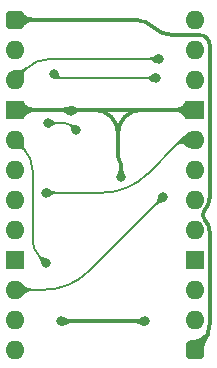
<source format=gbl>
%TF.GenerationSoftware,KiCad,Pcbnew,9.0.2*%
%TF.CreationDate,2025-06-17T16:43:34+02:00*%
%TF.ProjectId,Coprocessor Clock,436f7072-6f63-4657-9373-6f7220436c6f,V0*%
%TF.SameCoordinates,Original*%
%TF.FileFunction,Copper,L2,Bot*%
%TF.FilePolarity,Positive*%
%FSLAX46Y46*%
G04 Gerber Fmt 4.6, Leading zero omitted, Abs format (unit mm)*
G04 Created by KiCad (PCBNEW 9.0.2) date 2025-06-17 16:43:34*
%MOMM*%
%LPD*%
G01*
G04 APERTURE LIST*
G04 Aperture macros list*
%AMRoundRect*
0 Rectangle with rounded corners*
0 $1 Rounding radius*
0 $2 $3 $4 $5 $6 $7 $8 $9 X,Y pos of 4 corners*
0 Add a 4 corners polygon primitive as box body*
4,1,4,$2,$3,$4,$5,$6,$7,$8,$9,$2,$3,0*
0 Add four circle primitives for the rounded corners*
1,1,$1+$1,$2,$3*
1,1,$1+$1,$4,$5*
1,1,$1+$1,$6,$7*
1,1,$1+$1,$8,$9*
0 Add four rect primitives between the rounded corners*
20,1,$1+$1,$2,$3,$4,$5,0*
20,1,$1+$1,$4,$5,$6,$7,0*
20,1,$1+$1,$6,$7,$8,$9,0*
20,1,$1+$1,$8,$9,$2,$3,0*%
G04 Aperture macros list end*
%TA.AperFunction,ComponentPad*%
%ADD10RoundRect,0.400000X-0.400000X-0.400000X0.400000X-0.400000X0.400000X0.400000X-0.400000X0.400000X0*%
%TD*%
%TA.AperFunction,ComponentPad*%
%ADD11O,1.600000X1.600000*%
%TD*%
%TA.AperFunction,ComponentPad*%
%ADD12R,1.600000X1.600000*%
%TD*%
%TA.AperFunction,ViaPad*%
%ADD13C,0.800000*%
%TD*%
%TA.AperFunction,Conductor*%
%ADD14C,0.350000*%
%TD*%
%TA.AperFunction,Conductor*%
%ADD15C,0.200000*%
%TD*%
G04 APERTURE END LIST*
D10*
%TO.P,J2,1,Pin_1*%
%TO.N,5V*%
X0Y0D03*
D11*
%TO.P,J2,2,Pin_2*%
%TO.N,unconnected-(J2-Pin_2-Pad2)*%
X0Y-2540000D03*
%TO.P,J2,3,Pin_3*%
%TO.N,~{Reset}*%
X0Y-5080000D03*
D12*
%TO.P,J2,4,Pin_4*%
%TO.N,GND*%
X0Y-7620000D03*
D11*
%TO.P,J2,5,Pin_5*%
%TO.N,40MHz*%
X0Y-10160000D03*
%TO.P,J2,6,Pin_6*%
%TO.N,unconnected-(J2-Pin_6-Pad6)*%
X0Y-12700000D03*
%TO.P,J2,7,Pin_7*%
%TO.N,unconnected-(J2-Pin_7-Pad7)*%
X0Y-15240000D03*
%TO.P,J2,8,Pin_8*%
%TO.N,CRun0*%
X0Y-17780000D03*
D12*
%TO.P,J2,9,Pin_9*%
%TO.N,GND*%
X0Y-20320000D03*
D11*
%TO.P,J2,10,Pin_10*%
%TO.N,CRun1*%
X0Y-22860000D03*
%TO.P,J2,11,Pin_11*%
%TO.N,unconnected-(J2-Pin_11-Pad11)*%
X0Y-25400000D03*
%TO.P,J2,12,Pin_12*%
%TO.N,unconnected-(J2-Pin_12-Pad12)*%
X0Y-27940000D03*
D10*
%TO.P,J2,13,Pin_13*%
%TO.N,5V*%
X15240000Y-27940000D03*
D11*
%TO.P,J2,14,Pin_14*%
%TO.N,unconnected-(J2-Pin_14-Pad14)*%
X15240000Y-25400000D03*
%TO.P,J2,15,Pin_15*%
%TO.N,unconnected-(J2-Pin_15-Pad15)*%
X15240000Y-22860000D03*
D12*
%TO.P,J2,16,Pin_16*%
%TO.N,GND*%
X15240000Y-20320000D03*
D11*
%TO.P,J2,17,Pin_17*%
%TO.N,CPHI2_{1}*%
X15240000Y-17780000D03*
%TO.P,J2,18,Pin_18*%
%TO.N,unconnected-(J2-Pin_18-Pad18)*%
X15240000Y-15240000D03*
%TO.P,J2,19,Pin_19*%
%TO.N,unconnected-(J2-Pin_19-Pad19)*%
X15240000Y-12700000D03*
%TO.P,J2,20,Pin_20*%
%TO.N,CPHI2_{0}*%
X15240000Y-10160000D03*
D12*
%TO.P,J2,21,Pin_21*%
%TO.N,GND*%
X15240000Y-7620000D03*
D11*
%TO.P,J2,22,Pin_22*%
%TO.N,unconnected-(J2-Pin_22-Pad22)*%
X15240000Y-5080000D03*
%TO.P,J2,23,Pin_23*%
%TO.N,unconnected-(J2-Pin_23-Pad23)*%
X15240000Y-2540000D03*
%TO.P,J2,24,Pin_24*%
%TO.N,unconnected-(J2-Pin_24-Pad24)*%
X15240000Y0D03*
%TD*%
D13*
%TO.N,/40MHz_{0\u002C1}*%
X11938000Y-4913800D03*
%TO.N,GND*%
X3937000Y-25527000D03*
X11049000Y-25527000D03*
%TO.N,/40MHz_{0\u002C1}*%
X2794000Y-8748400D03*
%TO.N,40MHz*%
X2625200Y-20552600D03*
%TO.N,CPHI2_{0}*%
X2657000Y-14639000D03*
%TO.N,~{Reset}*%
X12192000Y-3302000D03*
%TO.N,CRun1*%
X12549400Y-15016300D03*
%TO.N,/40MHz_{0\u002C1}*%
X3302000Y-4572000D03*
X5221900Y-9372500D03*
%TO.N,GND*%
X4743100Y-7692400D03*
X9017000Y-13335000D03*
%TD*%
D14*
%TO.N,5V*%
X16510000Y-15073811D02*
G75*
G02*
X16089347Y-16089347I-1436200J11D01*
G01*
X16089350Y-16089350D02*
G75*
G03*
X16089350Y-16930650I420650J-420650D01*
G01*
X16256000Y-1524000D02*
G75*
G02*
X16509996Y-2137210I-613200J-613200D01*
G01*
X11755900Y-634999D02*
G75*
G03*
X10222874Y-10I-1533000J-1533001D01*
G01*
X11755900Y-634999D02*
G75*
G03*
X13288925Y-1269989I1533000J1532999D01*
G01*
X16089350Y-16930650D02*
G75*
G02*
X16510005Y-17946188I-1015550J-1015550D01*
G01*
X16256000Y-1524000D02*
G75*
G03*
X15642789Y-1270004I-613200J-613200D01*
G01*
X16510000Y-25771974D02*
G75*
G02*
X15875001Y-27305001I-2168040J4D01*
G01*
%TO.N,GND*%
X8746900Y-11620010D02*
G75*
G03*
X8881953Y-11946047I461100J10D01*
G01*
X8746900Y-9619998D02*
G75*
G03*
X6746901Y-7620000I-2000000J-2D01*
G01*
X10746898Y-7620000D02*
G75*
G03*
X8746900Y-9619998I2J-2000000D01*
G01*
X4743100Y-7656200D02*
G75*
G03*
X4706900Y-7620000I-36200J0D01*
G01*
X4779300Y-7620000D02*
G75*
G03*
X4743100Y-7656200I0J-36200D01*
G01*
X8881950Y-11946050D02*
G75*
G02*
X9017004Y-12272089I-326050J-326050D01*
G01*
X6746901Y-7620000D02*
X10746898Y-7620000D01*
X4706900Y-7620000D02*
X4779300Y-7620000D01*
D15*
%TO.N,40MHz*%
X1524000Y-18672734D02*
G75*
G03*
X2074601Y-20001999I1879870J4D01*
G01*
X762000Y-10922000D02*
G75*
G02*
X1524000Y-12761630I-1839635J-1839632D01*
G01*
%TO.N,CPHI2_{0}*%
X11253092Y-13045207D02*
G75*
G02*
X7405336Y-14639001I-3847762J3847767D01*
G01*
X14689150Y-10160000D02*
G75*
G03*
X13748759Y-10549478I-50J-1329900D01*
G01*
%TO.N,~{Reset}*%
X3035235Y-3302000D02*
G75*
G03*
X888998Y-4190998I-5J-3035230D01*
G01*
%TO.N,CRun1*%
X6299492Y-21266207D02*
G75*
G02*
X2451736Y-22860001I-3847762J3847767D01*
G01*
%TO.N,/40MHz_{0\u002C1}*%
X3472900Y-4742900D02*
G75*
G03*
X3885489Y-4913805I412600J412600D01*
G01*
X4909850Y-9060450D02*
G75*
G03*
X4156494Y-8748402I-753350J-753350D01*
G01*
X3472900Y-4742900D02*
X3302000Y-4572000D01*
X11938000Y-4913800D02*
X3885489Y-4913800D01*
D14*
%TO.N,GND*%
X9017000Y-13335000D02*
X9017000Y-12272089D01*
X8746900Y-11620010D02*
X8746900Y-9619998D01*
X11049000Y-25527000D02*
X3937000Y-25527000D01*
%TO.N,5V*%
X10222874Y0D02*
X0Y0D01*
X13288925Y-1270000D02*
X15642789Y-1270000D01*
X16510000Y-17946188D02*
X16510000Y-25771974D01*
X16510000Y-15073811D02*
X16510000Y-2137210D01*
X15875000Y-27305000D02*
X15240000Y-27940000D01*
D15*
%TO.N,40MHz*%
X2074600Y-20002000D02*
X2625200Y-20552600D01*
X1524000Y-18672734D02*
X1524000Y-12761630D01*
X762000Y-10922000D02*
X0Y-10160000D01*
%TO.N,CRun1*%
X6299492Y-21266207D02*
X12549400Y-15016300D01*
X2451736Y-22860000D02*
X0Y-22860000D01*
%TO.N,/40MHz_{0\u002C1}*%
X2794000Y-8748400D02*
X4156494Y-8748400D01*
X5221900Y-9372500D02*
X4909850Y-9060450D01*
%TO.N,~{Reset}*%
X889000Y-4191000D02*
X0Y-5080000D01*
X12192000Y-3302000D02*
X3035235Y-3302000D01*
%TO.N,CPHI2_{0}*%
X11253092Y-13045207D02*
X13748790Y-10549509D01*
X2657000Y-14639000D02*
X7405336Y-14639000D01*
D14*
%TO.N,GND*%
X4743100Y-7692400D02*
X4743100Y-7656200D01*
X4706900Y-7620000D02*
X0Y-7620000D01*
X6746901Y-7620000D02*
X4779300Y-7620000D01*
X10746898Y-7620000D02*
X15240000Y-7620000D01*
%TD*%
%TA.AperFunction,Conductor*%
%TO.N,5V*%
G36*
X16196305Y-26520595D02*
G01*
X16499157Y-26646042D01*
X16505489Y-26652374D01*
X16505489Y-26661328D01*
X16504777Y-26662762D01*
X16428244Y-26793501D01*
X16268215Y-27129327D01*
X16143611Y-27471306D01*
X16143606Y-27471322D01*
X16066682Y-27774832D01*
X16034642Y-28026140D01*
X16039542Y-28209009D01*
X16036338Y-28217371D01*
X16028159Y-28221018D01*
X16023919Y-28220343D01*
X15244194Y-27942553D01*
X15237552Y-27936550D01*
X14869832Y-27158027D01*
X14869398Y-27149084D01*
X14875415Y-27142452D01*
X14881208Y-27141358D01*
X14944302Y-27145666D01*
X15058446Y-27142964D01*
X15083083Y-27140000D01*
X15172940Y-27129190D01*
X15172942Y-27129190D01*
X15274420Y-27107537D01*
X15298269Y-27102449D01*
X15421473Y-27064932D01*
X15550286Y-27014056D01*
X15673410Y-26954034D01*
X15791926Y-26884862D01*
X15900919Y-26809789D01*
X16076338Y-26656567D01*
X16182710Y-26524078D01*
X16190559Y-26519774D01*
X16196305Y-26520595D01*
G37*
%TD.AperFunction*%
%TD*%
%TA.AperFunction,Conductor*%
%TO.N,CPHI2_{0}*%
G36*
X14802056Y-9504545D02*
G01*
X14802150Y-9504684D01*
X15238001Y-10155255D01*
X15239759Y-10164036D01*
X15239755Y-10164058D01*
X15086429Y-10932097D01*
X15081448Y-10939539D01*
X15072664Y-10941280D01*
X15071665Y-10941034D01*
X14906992Y-10892784D01*
X14905230Y-10892109D01*
X14752611Y-10819052D01*
X14751390Y-10818375D01*
X14617362Y-10733245D01*
X14616733Y-10732816D01*
X14496740Y-10645148D01*
X14496689Y-10645111D01*
X14417535Y-10586624D01*
X14280829Y-10501155D01*
X14280828Y-10501154D01*
X14280827Y-10501154D01*
X14245669Y-10489173D01*
X14172885Y-10464369D01*
X14069902Y-10465495D01*
X14018606Y-10480695D01*
X14014314Y-10481968D01*
X14014312Y-10481969D01*
X13956198Y-10510734D01*
X13956194Y-10510736D01*
X13956191Y-10510738D01*
X13896141Y-10552738D01*
X13888741Y-10557915D01*
X13825119Y-10615396D01*
X13816683Y-10618399D01*
X13809003Y-10614987D01*
X13683616Y-10489600D01*
X13680189Y-10481327D01*
X13683511Y-10473161D01*
X13976005Y-10173206D01*
X14094336Y-10050558D01*
X14094715Y-10050186D01*
X14324192Y-9836147D01*
X14325005Y-9835457D01*
X14518458Y-9686281D01*
X14518918Y-9685945D01*
X14785780Y-9501569D01*
X14794534Y-9499687D01*
X14802056Y-9504545D01*
G37*
%TD.AperFunction*%
%TD*%
%TA.AperFunction,Conductor*%
%TO.N,/40MHz_{0\u002C1}*%
G36*
X3639893Y-4360295D02*
G01*
X3640569Y-4361448D01*
X3699748Y-4476976D01*
X3700487Y-4478773D01*
X3731563Y-4576781D01*
X3737289Y-4594838D01*
X3737322Y-4594943D01*
X3761737Y-4674540D01*
X3801986Y-4749262D01*
X3829490Y-4775135D01*
X3829494Y-4775138D01*
X3854388Y-4788889D01*
X3865188Y-4794855D01*
X3917106Y-4808932D01*
X3973273Y-4813011D01*
X3981275Y-4817028D01*
X3984124Y-4824680D01*
X3984124Y-5002234D01*
X3980697Y-5010507D01*
X3972559Y-5013933D01*
X3770158Y-5016264D01*
X3770085Y-5016265D01*
X3608562Y-5017121D01*
X3607523Y-5017080D01*
X3451430Y-5004002D01*
X3450394Y-5003868D01*
X3326599Y-4982242D01*
X3235732Y-4966369D01*
X3228173Y-4961571D01*
X3226221Y-4952832D01*
X3226252Y-4952660D01*
X3300061Y-4576780D01*
X3305018Y-4569323D01*
X3623671Y-4357044D01*
X3632454Y-4355310D01*
X3639893Y-4360295D01*
G37*
%TD.AperFunction*%
%TD*%
%TA.AperFunction,Conductor*%
%TO.N,/40MHz_{0\u002C1}*%
G36*
X11856916Y-4525788D02*
G01*
X11862263Y-4532971D01*
X11862388Y-4533522D01*
X11938534Y-4911489D01*
X11938534Y-4916111D01*
X11862430Y-5293870D01*
X11857436Y-5301303D01*
X11848649Y-5303029D01*
X11847906Y-5302853D01*
X11745786Y-5275242D01*
X11744128Y-5274657D01*
X11657069Y-5236350D01*
X11655200Y-5235315D01*
X11525291Y-5146943D01*
X11525209Y-5146886D01*
X11427644Y-5078135D01*
X11427643Y-5078134D01*
X11313062Y-5031868D01*
X11237667Y-5018558D01*
X11237658Y-5018557D01*
X11156781Y-5014373D01*
X11148696Y-5010524D01*
X11145686Y-5002689D01*
X11145686Y-4824584D01*
X11149113Y-4816311D01*
X11156434Y-4812923D01*
X11280120Y-4802842D01*
X11379713Y-4773488D01*
X11457180Y-4731013D01*
X11525236Y-4680694D01*
X11575646Y-4642519D01*
X11576788Y-4641758D01*
X11696652Y-4571938D01*
X11698424Y-4571097D01*
X11770182Y-4544205D01*
X11771411Y-4543821D01*
X11848059Y-4524488D01*
X11856916Y-4525788D01*
G37*
%TD.AperFunction*%
%TD*%
%TA.AperFunction,Conductor*%
%TO.N,GND*%
G36*
X9189235Y-12546113D02*
G01*
X9192642Y-12553705D01*
X9199896Y-12678165D01*
X9221217Y-12779809D01*
X9252408Y-12860607D01*
X9289841Y-12933404D01*
X9289973Y-12933668D01*
X9354743Y-13067838D01*
X9355271Y-13069121D01*
X9383664Y-13151736D01*
X9383967Y-13152773D01*
X9406435Y-13245132D01*
X9405061Y-13253981D01*
X9397833Y-13259266D01*
X9397378Y-13259368D01*
X9019311Y-13335534D01*
X9014689Y-13335534D01*
X8636638Y-13259371D01*
X8629205Y-13254377D01*
X8627479Y-13245590D01*
X8627579Y-13245141D01*
X8650914Y-13149786D01*
X8651231Y-13148718D01*
X8680666Y-13064278D01*
X8681175Y-13063052D01*
X8744084Y-12933549D01*
X8744108Y-12933500D01*
X8779163Y-12865750D01*
X8824142Y-12735918D01*
X8837268Y-12650155D01*
X8841507Y-12553869D01*
X8845295Y-12545757D01*
X8853196Y-12542686D01*
X9180962Y-12542686D01*
X9189235Y-12546113D01*
G37*
%TD.AperFunction*%
%TD*%
%TA.AperFunction,Conductor*%
%TO.N,GND*%
G36*
X10967981Y-25138938D02*
G01*
X10973266Y-25146166D01*
X10973368Y-25146621D01*
X11049534Y-25524689D01*
X11049534Y-25529311D01*
X10973371Y-25907361D01*
X10968377Y-25914794D01*
X10959590Y-25916520D01*
X10959120Y-25916415D01*
X10863788Y-25893085D01*
X10862718Y-25892768D01*
X10778297Y-25863340D01*
X10777036Y-25862816D01*
X10647657Y-25799968D01*
X10647436Y-25799857D01*
X10579751Y-25764837D01*
X10579744Y-25764834D01*
X10579743Y-25764834D01*
X10449921Y-25719859D01*
X10449920Y-25719858D01*
X10449918Y-25719858D01*
X10449916Y-25719857D01*
X10449910Y-25719856D01*
X10364159Y-25706732D01*
X10267871Y-25702492D01*
X10259757Y-25698704D01*
X10256686Y-25690803D01*
X10256686Y-25363037D01*
X10260113Y-25354764D01*
X10267703Y-25351357D01*
X10392168Y-25344103D01*
X10493813Y-25322781D01*
X10574611Y-25291590D01*
X10647441Y-25254138D01*
X10647659Y-25254030D01*
X10781851Y-25189249D01*
X10783099Y-25188734D01*
X10865753Y-25160329D01*
X10866756Y-25160036D01*
X10959133Y-25137564D01*
X10967981Y-25138938D01*
G37*
%TD.AperFunction*%
%TD*%
%TA.AperFunction,Conductor*%
%TO.N,GND*%
G36*
X4026868Y-25137581D02*
G01*
X4063876Y-25146638D01*
X4122211Y-25160914D01*
X4123281Y-25161231D01*
X4143072Y-25168129D01*
X4207714Y-25190663D01*
X4208952Y-25191177D01*
X4338373Y-25254046D01*
X4338531Y-25254125D01*
X4406249Y-25289163D01*
X4536082Y-25334142D01*
X4621844Y-25347268D01*
X4718130Y-25351507D01*
X4726243Y-25355295D01*
X4729314Y-25363196D01*
X4729314Y-25690962D01*
X4725887Y-25699235D01*
X4718295Y-25702642D01*
X4593834Y-25709896D01*
X4492188Y-25731218D01*
X4411392Y-25762408D01*
X4411380Y-25762413D01*
X4338562Y-25799857D01*
X4338299Y-25799988D01*
X4204169Y-25864740D01*
X4202885Y-25865269D01*
X4120263Y-25893664D01*
X4119226Y-25893967D01*
X4026867Y-25916435D01*
X4018018Y-25915061D01*
X4012733Y-25907833D01*
X4012631Y-25907378D01*
X3936465Y-25529308D01*
X3936465Y-25524691D01*
X4012628Y-25146637D01*
X4017622Y-25139205D01*
X4026409Y-25137479D01*
X4026868Y-25137581D01*
G37*
%TD.AperFunction*%
%TD*%
%TA.AperFunction,Conductor*%
%TO.N,5V*%
G36*
X557045Y755046D02*
G01*
X561046Y749962D01*
X580410Y702388D01*
X580411Y702387D01*
X617409Y639024D01*
X651641Y595368D01*
X672871Y568294D01*
X738835Y503149D01*
X827064Y434023D01*
X827077Y434014D01*
X924334Y372784D01*
X924333Y372784D01*
X1043048Y312525D01*
X1165452Y262947D01*
X1292020Y222902D01*
X1413025Y194803D01*
X1589532Y176108D01*
X1597399Y171829D01*
X1600000Y164473D01*
X1600000Y-163918D01*
X1596573Y-172191D01*
X1588935Y-175601D01*
X1516780Y-179525D01*
X1516773Y-179526D01*
X1405870Y-196175D01*
X1284884Y-224872D01*
X1284881Y-224873D01*
X1053268Y-307938D01*
X1053263Y-307940D01*
X859049Y-412452D01*
X712701Y-527189D01*
X612385Y-646590D01*
X561616Y-751840D01*
X554935Y-757803D01*
X545995Y-757295D01*
X541583Y-753593D01*
X377156Y-525222D01*
X3920Y-6834D01*
X1868Y1880D01*
X3919Y6833D01*
X540714Y752387D01*
X548329Y757099D01*
X557045Y755046D01*
G37*
%TD.AperFunction*%
%TD*%
%TA.AperFunction,Conductor*%
%TO.N,40MHz*%
G36*
X2154527Y-19939895D02*
G01*
X2253143Y-20030874D01*
X2253147Y-20030877D01*
X2342004Y-20086378D01*
X2430310Y-20114880D01*
X2430311Y-20114880D01*
X2430314Y-20114881D01*
X2535412Y-20132355D01*
X2691351Y-20158308D01*
X2698948Y-20163045D01*
X2700970Y-20171769D01*
X2700909Y-20172107D01*
X2627412Y-20545611D01*
X2622452Y-20553067D01*
X2618191Y-20554832D01*
X2244622Y-20628326D01*
X2235842Y-20626561D01*
X2230883Y-20619105D01*
X2230836Y-20618851D01*
X2205644Y-20473993D01*
X2185805Y-20362901D01*
X2142918Y-20247220D01*
X2088854Y-20167843D01*
X2041497Y-20114880D01*
X2010293Y-20079982D01*
X2007333Y-20071530D01*
X2010870Y-20063785D01*
X2138454Y-19940093D01*
X2146777Y-19936796D01*
X2154527Y-19939895D01*
G37*
%TD.AperFunction*%
%TD*%
%TA.AperFunction,Conductor*%
%TO.N,40MHz*%
G36*
X781457Y-10008048D02*
G01*
X786424Y-10015499D01*
X786506Y-10015964D01*
X805571Y-10138098D01*
X805682Y-10139077D01*
X813823Y-10254046D01*
X813849Y-10255140D01*
X809485Y-10445645D01*
X809478Y-10445855D01*
X805345Y-10546890D01*
X805345Y-10546911D01*
X817174Y-10688085D01*
X817176Y-10688099D01*
X836153Y-10757395D01*
X836154Y-10757397D01*
X867249Y-10831750D01*
X867251Y-10831754D01*
X916872Y-10919425D01*
X949187Y-10965243D01*
X974699Y-11001417D01*
X979985Y-11008911D01*
X981953Y-11017647D01*
X977546Y-11024936D01*
X836580Y-11133102D01*
X827931Y-11135420D01*
X820579Y-11131439D01*
X758981Y-11059649D01*
X758974Y-11059642D01*
X693245Y-11001417D01*
X693241Y-11001413D01*
X629412Y-10962116D01*
X629407Y-10962114D01*
X566311Y-10938715D01*
X566308Y-10938714D01*
X566307Y-10938714D01*
X502763Y-10928182D01*
X502760Y-10928181D01*
X502755Y-10928181D01*
X437609Y-10927486D01*
X437598Y-10927487D01*
X297777Y-10943483D01*
X225449Y-10953516D01*
X224570Y-10953604D01*
X37077Y-10965287D01*
X35095Y-10965243D01*
X-143367Y-10945998D01*
X-151225Y-10941703D01*
X-153746Y-10933111D01*
X-153590Y-10932093D01*
X-19597Y-10255140D01*
X-2129Y-10166891D01*
X2838Y-10159443D01*
X7075Y-10157687D01*
X772677Y-10006291D01*
X781457Y-10008048D01*
G37*
%TD.AperFunction*%
%TD*%
%TA.AperFunction,Conductor*%
%TO.N,CRun1*%
G36*
X12226560Y-14800567D02*
G01*
X12227037Y-14800868D01*
X12548143Y-15014288D01*
X12551411Y-15017556D01*
X12764714Y-15338486D01*
X12766440Y-15347273D01*
X12761446Y-15354706D01*
X12760797Y-15355108D01*
X12669058Y-15407796D01*
X12667472Y-15408554D01*
X12578830Y-15443026D01*
X12576776Y-15443616D01*
X12422426Y-15472985D01*
X12422236Y-15473019D01*
X12304729Y-15493377D01*
X12304725Y-15493378D01*
X12190994Y-15541682D01*
X12190990Y-15541684D01*
X12190989Y-15541685D01*
X12128269Y-15585581D01*
X12068111Y-15639821D01*
X12059671Y-15642815D01*
X12052003Y-15639404D01*
X11926065Y-15513466D01*
X11922638Y-15505193D01*
X11925419Y-15497620D01*
X12005750Y-15403033D01*
X12055415Y-15311853D01*
X12080158Y-15227041D01*
X12092701Y-15143337D01*
X12101350Y-15080713D01*
X12101627Y-15079332D01*
X12137011Y-14945216D01*
X12137665Y-14943380D01*
X12169392Y-14873621D01*
X12169994Y-14872472D01*
X12210518Y-14804611D01*
X12217700Y-14799267D01*
X12226560Y-14800567D01*
G37*
%TD.AperFunction*%
%TD*%
%TA.AperFunction,Conductor*%
%TO.N,CRun1*%
G36*
X453912Y-22201729D02*
G01*
X454294Y-22201995D01*
X648713Y-22343705D01*
X649307Y-22344169D01*
X803434Y-22472494D01*
X910179Y-22557897D01*
X981186Y-22614707D01*
X1122405Y-22691462D01*
X1205493Y-22719522D01*
X1205495Y-22719523D01*
X1301550Y-22740386D01*
X1301561Y-22740388D01*
X1301564Y-22740388D01*
X1301572Y-22740390D01*
X1430024Y-22755049D01*
X1573302Y-22759637D01*
X1581462Y-22763327D01*
X1584628Y-22771331D01*
X1584628Y-22948663D01*
X1581201Y-22956936D01*
X1573297Y-22960357D01*
X1431915Y-22964819D01*
X1304714Y-22979092D01*
X1212350Y-22999412D01*
X1198146Y-23002538D01*
X1198145Y-23002538D01*
X1198142Y-23002539D01*
X1198134Y-23002541D01*
X1107316Y-23034871D01*
X1027327Y-23075813D01*
X953268Y-23125094D01*
X830588Y-23225321D01*
X803450Y-23247493D01*
X750061Y-23292485D01*
X691691Y-23341675D01*
X691123Y-23342124D01*
X454316Y-23517858D01*
X445631Y-23520036D01*
X437948Y-23515434D01*
X437623Y-23514972D01*
X258486Y-23247477D01*
X3358Y-22866508D01*
X1602Y-22857729D01*
X3357Y-22853492D01*
X437681Y-22204939D01*
X445131Y-22199972D01*
X453912Y-22201729D01*
G37*
%TD.AperFunction*%
%TD*%
%TA.AperFunction,Conductor*%
%TO.N,/40MHz_{0\u002C1}*%
G36*
X2884093Y-8359346D02*
G01*
X2986217Y-8386958D01*
X2987871Y-8387542D01*
X3074930Y-8425849D01*
X3076799Y-8426884D01*
X3144718Y-8473086D01*
X3206763Y-8515294D01*
X3304356Y-8584065D01*
X3418938Y-8630332D01*
X3494327Y-8643641D01*
X3494336Y-8643641D01*
X3494341Y-8643642D01*
X3575218Y-8647826D01*
X3583303Y-8651675D01*
X3586314Y-8659510D01*
X3586314Y-8837615D01*
X3582887Y-8845888D01*
X3575565Y-8849276D01*
X3451879Y-8859358D01*
X3352285Y-8888712D01*
X3352283Y-8888713D01*
X3274821Y-8931186D01*
X3206709Y-8981546D01*
X3156372Y-9019665D01*
X3155198Y-9020448D01*
X3035352Y-9090258D01*
X3033569Y-9091104D01*
X2961822Y-9117992D01*
X2960578Y-9118381D01*
X2903235Y-9132844D01*
X2883942Y-9137710D01*
X2875083Y-9136411D01*
X2869736Y-9129228D01*
X2869611Y-9128677D01*
X2867458Y-9117992D01*
X2793465Y-8750708D01*
X2793465Y-8746091D01*
X2869569Y-8368327D01*
X2874563Y-8360896D01*
X2883350Y-8359170D01*
X2884093Y-8359346D01*
G37*
%TD.AperFunction*%
%TD*%
%TA.AperFunction,Conductor*%
%TO.N,/40MHz_{0\u002C1}*%
G36*
X4709209Y-8783745D02*
G01*
X4847877Y-8842569D01*
X4847879Y-8842570D01*
X4942684Y-8882728D01*
X4942689Y-8882730D01*
X4942706Y-8882737D01*
X5085679Y-8931720D01*
X5288845Y-8977677D01*
X5296159Y-8982845D01*
X5297745Y-8991343D01*
X5223762Y-9368095D01*
X5218805Y-9375553D01*
X5218761Y-9375583D01*
X4900058Y-9587579D01*
X4891272Y-9589307D01*
X4883836Y-9584317D01*
X4883249Y-9583333D01*
X4841756Y-9505353D01*
X4840865Y-9503174D01*
X4816317Y-9420133D01*
X4815876Y-9417748D01*
X4803762Y-9264120D01*
X4803738Y-9263686D01*
X4801150Y-9189186D01*
X4781636Y-9100251D01*
X4761310Y-9063563D01*
X4758501Y-9060395D01*
X4730919Y-9029286D01*
X4684689Y-8995188D01*
X4684690Y-8995188D01*
X4684688Y-8995187D01*
X4684682Y-8995184D01*
X4684675Y-8995180D01*
X4631649Y-8968802D01*
X4625768Y-8962050D01*
X4626051Y-8953850D01*
X4693893Y-8790063D01*
X4700224Y-8783733D01*
X4709178Y-8783733D01*
X4709209Y-8783745D01*
G37*
%TD.AperFunction*%
%TD*%
%TA.AperFunction,Conductor*%
%TO.N,~{Reset}*%
G36*
X955713Y-4002786D02*
G01*
X1066399Y-4141582D01*
X1068878Y-4150187D01*
X1064971Y-4157670D01*
X980108Y-4232165D01*
X910830Y-4309215D01*
X910821Y-4309226D01*
X862131Y-4383156D01*
X830656Y-4455646D01*
X830654Y-4455651D01*
X830654Y-4455652D01*
X813020Y-4528388D01*
X805856Y-4603041D01*
X805856Y-4603048D01*
X805856Y-4603050D01*
X805855Y-4603053D01*
X809448Y-4764712D01*
X809450Y-4764817D01*
X812680Y-5008459D01*
X812592Y-5010051D01*
X786172Y-5223589D01*
X781756Y-5231378D01*
X773124Y-5233763D01*
X772289Y-5233629D01*
X6905Y-5082144D01*
X-545Y-5077176D01*
X-2301Y-5072937D01*
X-153688Y-4307425D01*
X-151931Y-4298644D01*
X-144480Y-4293677D01*
X-143954Y-4293586D01*
X91495Y-4258898D01*
X92445Y-4258799D01*
X284125Y-4246747D01*
X408364Y-4239650D01*
X566999Y-4212273D01*
X645187Y-4185000D01*
X645192Y-4184997D01*
X645196Y-4184996D01*
X667256Y-4174344D01*
X728960Y-4144554D01*
X831571Y-4081046D01*
X939584Y-4000693D01*
X948266Y-3998505D01*
X955713Y-4002786D01*
G37*
%TD.AperFunction*%
%TD*%
%TA.AperFunction,Conductor*%
%TO.N,~{Reset}*%
G36*
X12110916Y-2913988D02*
G01*
X12116263Y-2921171D01*
X12116388Y-2921722D01*
X12192534Y-3299689D01*
X12192534Y-3304311D01*
X12116430Y-3682070D01*
X12111436Y-3689503D01*
X12102649Y-3691229D01*
X12101906Y-3691053D01*
X11999786Y-3663442D01*
X11998128Y-3662857D01*
X11911069Y-3624550D01*
X11909200Y-3623515D01*
X11779291Y-3535143D01*
X11779209Y-3535086D01*
X11681644Y-3466335D01*
X11681643Y-3466334D01*
X11567062Y-3420068D01*
X11491667Y-3406758D01*
X11491658Y-3406757D01*
X11410781Y-3402573D01*
X11402696Y-3398724D01*
X11399686Y-3390889D01*
X11399686Y-3212784D01*
X11403113Y-3204511D01*
X11410434Y-3201123D01*
X11534120Y-3191042D01*
X11633713Y-3161688D01*
X11711180Y-3119213D01*
X11779236Y-3068894D01*
X11829646Y-3030719D01*
X11830788Y-3029958D01*
X11950652Y-2960138D01*
X11952424Y-2959297D01*
X12024182Y-2932405D01*
X12025411Y-2932021D01*
X12102059Y-2912688D01*
X12110916Y-2913988D01*
G37*
%TD.AperFunction*%
%TD*%
%TA.AperFunction,Conductor*%
%TO.N,CPHI2_{0}*%
G36*
X2747093Y-14249946D02*
G01*
X2849217Y-14277558D01*
X2850871Y-14278142D01*
X2937930Y-14316449D01*
X2939799Y-14317484D01*
X3007718Y-14363686D01*
X3069763Y-14405894D01*
X3167356Y-14474665D01*
X3281938Y-14520932D01*
X3357327Y-14534241D01*
X3357336Y-14534241D01*
X3357341Y-14534242D01*
X3438218Y-14538426D01*
X3446303Y-14542275D01*
X3449314Y-14550110D01*
X3449314Y-14728215D01*
X3445887Y-14736488D01*
X3438565Y-14739876D01*
X3314879Y-14749958D01*
X3215285Y-14779312D01*
X3215283Y-14779313D01*
X3137821Y-14821786D01*
X3069709Y-14872146D01*
X3019372Y-14910265D01*
X3018198Y-14911048D01*
X2898352Y-14980858D01*
X2896569Y-14981704D01*
X2824822Y-15008592D01*
X2823578Y-15008981D01*
X2766235Y-15023444D01*
X2746942Y-15028310D01*
X2738083Y-15027011D01*
X2732736Y-15019828D01*
X2732611Y-15019277D01*
X2730458Y-15008592D01*
X2656465Y-14641308D01*
X2656465Y-14636691D01*
X2732569Y-14258927D01*
X2737563Y-14251496D01*
X2746350Y-14249770D01*
X2747093Y-14249946D01*
G37*
%TD.AperFunction*%
%TD*%
%TA.AperFunction,Conductor*%
%TO.N,GND*%
G36*
X797709Y-6838822D02*
G01*
X801121Y-6846596D01*
X801544Y-6856627D01*
X801544Y-6856632D01*
X801545Y-6856634D01*
X813030Y-6925185D01*
X834791Y-6989807D01*
X834792Y-6989808D01*
X870533Y-7058305D01*
X916463Y-7121561D01*
X980937Y-7188765D01*
X1054541Y-7248511D01*
X1147445Y-7307989D01*
X1245072Y-7357091D01*
X1245074Y-7357092D01*
X1348032Y-7397129D01*
X1368280Y-7402870D01*
X1447225Y-7425255D01*
X1589803Y-7443682D01*
X1597565Y-7448139D01*
X1600000Y-7455284D01*
X1600000Y-7784491D01*
X1596573Y-7792764D01*
X1589552Y-7796124D01*
X1478752Y-7808046D01*
X1285043Y-7866030D01*
X1285041Y-7866031D01*
X1108207Y-7955374D01*
X1108201Y-7955377D01*
X970419Y-8061035D01*
X874954Y-8174729D01*
X818868Y-8293899D01*
X803431Y-8397067D01*
X798818Y-8404741D01*
X790128Y-8406906D01*
X783593Y-8403613D01*
X7287Y-7628277D01*
X3856Y-7620007D01*
X7278Y-7611732D01*
X7288Y-7611722D01*
X781165Y-6838810D01*
X789438Y-6835390D01*
X797709Y-6838822D01*
G37*
%TD.AperFunction*%
%TD*%
%TA.AperFunction,Conductor*%
%TO.N,GND*%
G36*
X4661976Y-7304420D02*
G01*
X4667360Y-7311576D01*
X4667501Y-7312186D01*
X4743634Y-7690089D01*
X4743634Y-7694711D01*
X4667528Y-8072480D01*
X4662534Y-8079913D01*
X4653747Y-8081639D01*
X4653013Y-8081466D01*
X4551095Y-8053998D01*
X4549456Y-8053423D01*
X4462453Y-8015417D01*
X4460603Y-8014400D01*
X4330705Y-7926946D01*
X4330541Y-7926834D01*
X4233797Y-7859288D01*
X4118816Y-7813060D01*
X4043161Y-7799758D01*
X3961884Y-7795571D01*
X3953798Y-7791722D01*
X3950786Y-7783886D01*
X3950786Y-7456305D01*
X3954213Y-7448032D01*
X3962083Y-7444612D01*
X4094968Y-7440059D01*
X4202558Y-7426343D01*
X4371923Y-7379231D01*
X4421451Y-7362929D01*
X4422160Y-7362722D01*
X4653111Y-7303168D01*
X4661976Y-7304420D01*
G37*
%TD.AperFunction*%
%TD*%
%TA.AperFunction,Conductor*%
%TO.N,GND*%
G36*
X4832918Y-7302897D02*
G01*
X4992208Y-7340912D01*
X4992969Y-7341121D01*
X5079733Y-7368379D01*
X5114288Y-7379235D01*
X5287643Y-7427074D01*
X5287654Y-7427077D01*
X5393840Y-7440260D01*
X5393849Y-7440260D01*
X5393863Y-7440261D01*
X5444074Y-7441941D01*
X5524105Y-7444621D01*
X5532259Y-7448322D01*
X5535414Y-7456314D01*
X5535414Y-7784206D01*
X5531987Y-7792479D01*
X5524656Y-7795868D01*
X5401005Y-7805851D01*
X5301362Y-7834929D01*
X5223805Y-7877005D01*
X5155562Y-7926901D01*
X5106699Y-7963547D01*
X5105548Y-7964308D01*
X4985109Y-8034152D01*
X4983337Y-8034990D01*
X4911307Y-8061919D01*
X4910069Y-8062305D01*
X4833040Y-8081714D01*
X4824180Y-8080413D01*
X4818836Y-8073228D01*
X4818716Y-8072703D01*
X4742565Y-7694708D01*
X4742565Y-7690091D01*
X4818742Y-7311968D01*
X4823736Y-7304536D01*
X4832523Y-7302810D01*
X4832918Y-7302897D01*
G37*
%TD.AperFunction*%
%TD*%
%TA.AperFunction,Conductor*%
%TO.N,GND*%
G36*
X14456405Y-6836385D02*
G01*
X14462962Y-6842933D01*
X15232711Y-7611722D01*
X15236143Y-7619993D01*
X15232721Y-7628268D01*
X15232711Y-7628278D01*
X14458836Y-8401187D01*
X14450561Y-8404609D01*
X14442290Y-8401177D01*
X14438878Y-8393403D01*
X14438456Y-8383373D01*
X14426970Y-8314818D01*
X14405208Y-8250192D01*
X14369467Y-8181695D01*
X14323537Y-8118439D01*
X14259063Y-8051235D01*
X14185459Y-7991489D01*
X14092555Y-7932011D01*
X14085969Y-7928698D01*
X13994925Y-7882907D01*
X13891967Y-7842870D01*
X13792779Y-7814746D01*
X13792777Y-7814745D01*
X13792775Y-7814745D01*
X13792773Y-7814744D01*
X13792765Y-7814743D01*
X13650200Y-7796318D01*
X13642435Y-7791859D01*
X13640000Y-7784715D01*
X13640000Y-7455508D01*
X13643427Y-7447235D01*
X13650445Y-7443876D01*
X13761246Y-7431954D01*
X13954957Y-7373970D01*
X14131796Y-7284624D01*
X14269581Y-7178964D01*
X14365044Y-7065273D01*
X14421131Y-6946099D01*
X14436568Y-6842932D01*
X14441181Y-6835258D01*
X14449870Y-6833093D01*
X14456405Y-6836385D01*
G37*
%TD.AperFunction*%
%TD*%
M02*

</source>
